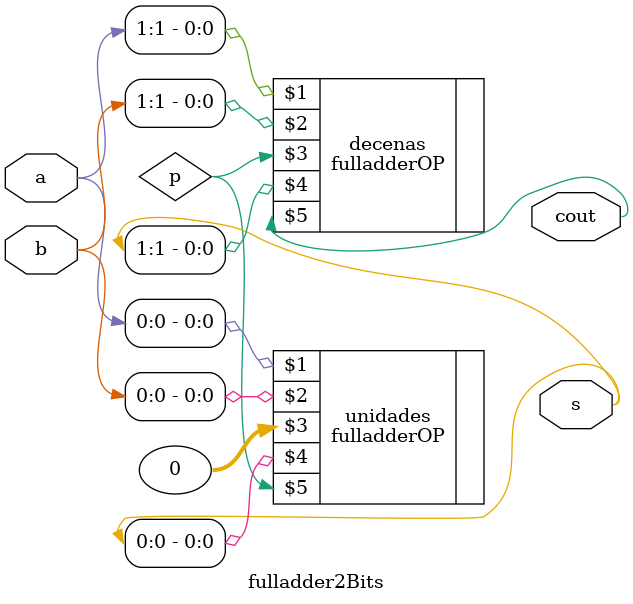
<source format=sv>
module fulladder2Bits(input logic [1:0] a , b, output logic [1:0] s, output logic cout);
	
	logic p;
	
	fulladderOP unidades(a[0], b[0], 0, s[0], p);
	
	fulladderOP decenas(a[1], b[1], p, s[1], cout);
	
endmodule

</source>
